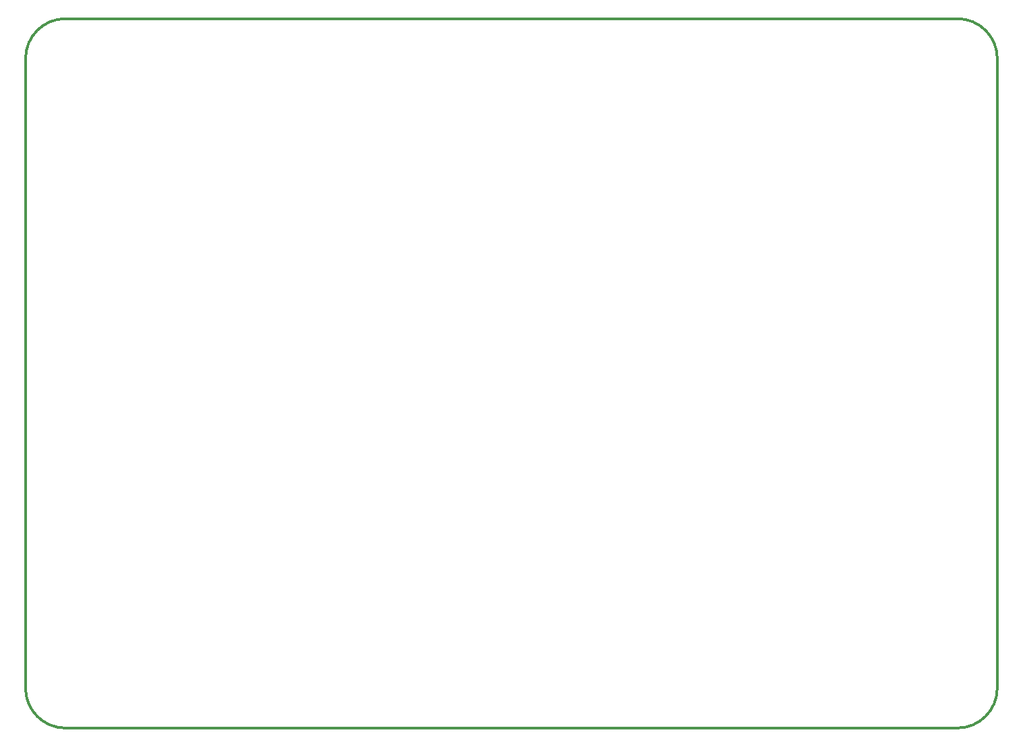
<source format=gm1>
G04 #@! TF.FileFunction,Profile,NP*
%FSLAX46Y46*%
G04 Gerber Fmt 4.6, Leading zero omitted, Abs format (unit mm)*
G04 Created by KiCad (PCBNEW 4.0.4-stable) date 06/22/17 17:56:04*
%MOMM*%
%LPD*%
G01*
G04 APERTURE LIST*
%ADD10C,0.150000*%
%ADD11C,0.300000*%
G04 APERTURE END LIST*
D10*
D11*
X118905000Y1810000D02*
X6905000Y1810000D01*
X123905000Y85810000D02*
X123905000Y6810000D01*
X6905000Y90810000D02*
X118905000Y90810000D01*
X1905000Y6810000D02*
X1905000Y85810000D01*
X6905000Y90810000D02*
G75*
G03X1905000Y85810000I0J-5000000D01*
G01*
X1905000Y6810000D02*
G75*
G03X6905000Y1810000I5000000J0D01*
G01*
X118905000Y1810000D02*
G75*
G03X123905000Y6810000I0J5000000D01*
G01*
X123905000Y85810000D02*
G75*
G03X118905000Y90810000I-5000000J0D01*
G01*
M02*

</source>
